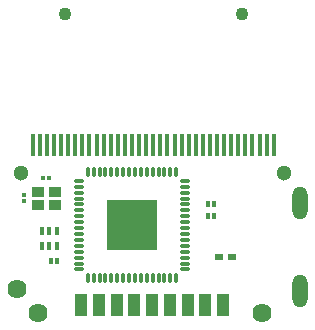
<source format=gts>
G04 #@! TF.FileFunction,Soldermask,Top*
%FSLAX46Y46*%
G04 Gerber Fmt 4.6, Leading zero omitted, Abs format (unit mm)*
G04 Created by KiCad (PCBNEW 4.0.5+dfsg1-4) date Mon Jul 30 14:02:08 2018*
%MOMM*%
%LPD*%
G01*
G04 APERTURE LIST*
%ADD10C,0.100000*%
%ADD11R,0.410000X1.850000*%
%ADD12R,0.400000X0.800000*%
%ADD13R,0.450000X0.400000*%
%ADD14R,0.400000X0.450000*%
%ADD15R,0.380000X0.530000*%
%ADD16R,1.050000X0.950000*%
%ADD17R,0.700000X0.600000*%
%ADD18R,1.085000X1.850000*%
%ADD19O,0.900000X0.350000*%
%ADD20O,0.350000X0.900000*%
%ADD21R,4.350000X4.350000*%
%ADD22O,1.300000X2.800000*%
%ADD23C,1.100000*%
%ADD24C,1.300000*%
%ADD25C,1.624000*%
G04 APERTURE END LIST*
D10*
D11*
X99200000Y-70200000D03*
X99800000Y-70200000D03*
X100400000Y-70200000D03*
X101000000Y-70200000D03*
X101600000Y-70200000D03*
X102200000Y-70200000D03*
X102800000Y-70200000D03*
X103400000Y-70200000D03*
X104000000Y-70200000D03*
X104600000Y-70200000D03*
X105200000Y-70200000D03*
X105800000Y-70200000D03*
X106400000Y-70200000D03*
X107000000Y-70200000D03*
X107600000Y-70200000D03*
X108200000Y-70200000D03*
X108800000Y-70200000D03*
X109400000Y-70200000D03*
X110000000Y-70200000D03*
X110600000Y-70200000D03*
X111200000Y-70200000D03*
X111800000Y-70200000D03*
X112400000Y-70200000D03*
X113000000Y-70200000D03*
X113600000Y-70200000D03*
X114200000Y-70200000D03*
X114800000Y-70200000D03*
X115400000Y-70200000D03*
X116000000Y-70200000D03*
X116600000Y-70200000D03*
X117200000Y-70200000D03*
X117800000Y-70200000D03*
X118400000Y-70200000D03*
X119000000Y-70200000D03*
X119600000Y-70200000D03*
D12*
X99973200Y-78780000D03*
X100613200Y-78780000D03*
X101253200Y-78780000D03*
X101253200Y-77530000D03*
X100613200Y-77530000D03*
X99973200Y-77530000D03*
D13*
X98479600Y-74996000D03*
X98479600Y-74436000D03*
D14*
X100613200Y-73039600D03*
X100053200Y-73039600D03*
D15*
X101273600Y-80050000D03*
X100753600Y-80050000D03*
X113993000Y-76240000D03*
X114513000Y-76240000D03*
X113993000Y-75224000D03*
X114513000Y-75224000D03*
D16*
X101070400Y-74157200D03*
X99620400Y-74157200D03*
X99620400Y-75307200D03*
X101070400Y-75307200D03*
D17*
X114973000Y-79669000D03*
X116073000Y-79669000D03*
D18*
X103300000Y-83800000D03*
X104800000Y-83800000D03*
X106300000Y-83800000D03*
X107800000Y-83800000D03*
X109300000Y-83800000D03*
X110800000Y-83800000D03*
X112300000Y-83800000D03*
X113800000Y-83800000D03*
X115300000Y-83800000D03*
D19*
X112075000Y-80750000D03*
X112075000Y-80250000D03*
X112075000Y-79750000D03*
X112075000Y-79250000D03*
X112075000Y-78750000D03*
X112075000Y-78250000D03*
X112075000Y-77750000D03*
X112075000Y-77250000D03*
X112075000Y-76750000D03*
X112075000Y-76250000D03*
X112075000Y-75750000D03*
X112075000Y-75250000D03*
X112075000Y-74750000D03*
X112075000Y-74250000D03*
X112075000Y-73750000D03*
X112075000Y-73250000D03*
D20*
X111350000Y-72525000D03*
X110850000Y-72525000D03*
X110350000Y-72525000D03*
X109850000Y-72525000D03*
X109350000Y-72525000D03*
X108850000Y-72525000D03*
X108350000Y-72525000D03*
X107850000Y-72525000D03*
X107350000Y-72525000D03*
X106850000Y-72525000D03*
X106350000Y-72525000D03*
X105850000Y-72525000D03*
X105350000Y-72525000D03*
X104850000Y-72525000D03*
X104350000Y-72525000D03*
X103850000Y-72525000D03*
D19*
X103125000Y-73250000D03*
X103125000Y-73750000D03*
X103125000Y-74250000D03*
X103125000Y-74750000D03*
X103125000Y-75250000D03*
X103125000Y-75750000D03*
X103125000Y-76250000D03*
X103125000Y-76750000D03*
X103125000Y-77250000D03*
X103125000Y-77750000D03*
X103125000Y-78250000D03*
X103125000Y-78750000D03*
X103125000Y-79250000D03*
X103125000Y-79750000D03*
X103125000Y-80250000D03*
X103125000Y-80750000D03*
D20*
X103850000Y-81475000D03*
X104350000Y-81475000D03*
X104850000Y-81475000D03*
X105350000Y-81475000D03*
X105850000Y-81475000D03*
X106350000Y-81475000D03*
X106850000Y-81475000D03*
X107350000Y-81475000D03*
X107850000Y-81475000D03*
X108350000Y-81475000D03*
X108850000Y-81475000D03*
X109350000Y-81475000D03*
X109850000Y-81475000D03*
X110350000Y-81475000D03*
X110850000Y-81475000D03*
X111350000Y-81475000D03*
D21*
X107600000Y-77000000D03*
D22*
X121800000Y-82600000D03*
X121800000Y-75100000D03*
D23*
X116900000Y-59100000D03*
D24*
X120500000Y-72600000D03*
X98200000Y-72600000D03*
D23*
X101900000Y-59100000D03*
D25*
X99600000Y-84400000D03*
X97870000Y-82400000D03*
X118600000Y-84400000D03*
M02*

</source>
